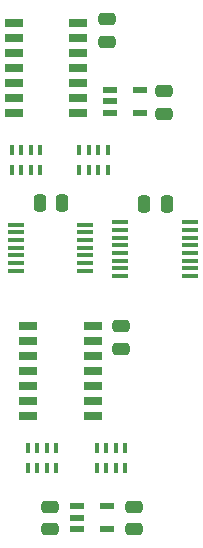
<source format=gtp>
%TF.GenerationSoftware,KiCad,Pcbnew,9.0.4*%
%TF.CreationDate,2025-09-16T11:58:38+02:00*%
%TF.ProjectId,Main Memory Full Enable,4d61696e-204d-4656-9d6f-72792046756c,V0*%
%TF.SameCoordinates,Original*%
%TF.FileFunction,Paste,Top*%
%TF.FilePolarity,Positive*%
%FSLAX46Y46*%
G04 Gerber Fmt 4.6, Leading zero omitted, Abs format (unit mm)*
G04 Created by KiCad (PCBNEW 9.0.4) date 2025-09-16 11:58:38*
%MOMM*%
%LPD*%
G01*
G04 APERTURE LIST*
G04 Aperture macros list*
%AMRoundRect*
0 Rectangle with rounded corners*
0 $1 Rounding radius*
0 $2 $3 $4 $5 $6 $7 $8 $9 X,Y pos of 4 corners*
0 Add a 4 corners polygon primitive as box body*
4,1,4,$2,$3,$4,$5,$6,$7,$8,$9,$2,$3,0*
0 Add four circle primitives for the rounded corners*
1,1,$1+$1,$2,$3*
1,1,$1+$1,$4,$5*
1,1,$1+$1,$6,$7*
1,1,$1+$1,$8,$9*
0 Add four rect primitives between the rounded corners*
20,1,$1+$1,$2,$3,$4,$5,0*
20,1,$1+$1,$4,$5,$6,$7,0*
20,1,$1+$1,$6,$7,$8,$9,0*
20,1,$1+$1,$8,$9,$2,$3,0*%
G04 Aperture macros list end*
%ADD10RoundRect,0.250000X-0.475000X0.250000X-0.475000X-0.250000X0.475000X-0.250000X0.475000X0.250000X0*%
%ADD11RoundRect,0.250000X0.250000X0.475000X-0.250000X0.475000X-0.250000X-0.475000X0.250000X-0.475000X0*%
%ADD12R,0.450000X0.900000*%
%ADD13R,1.150000X0.600000*%
%ADD14R,1.550000X0.650000*%
%ADD15R,1.475000X0.450000*%
%ADD16R,1.250000X0.600000*%
G04 APERTURE END LIST*
D10*
%TO.C,C1*%
X13922000Y-23814000D03*
X13922000Y-25714000D03*
%TD*%
D11*
%TO.C,C4*%
X17780000Y-13462000D03*
X15880000Y-13462000D03*
%TD*%
D12*
%TO.C,RN1*%
X7042000Y-8900000D03*
X6242000Y-8900000D03*
X5442000Y-8900000D03*
X4642000Y-8900000D03*
X4642000Y-10600000D03*
X5442000Y-10600000D03*
X6242000Y-10600000D03*
X7042000Y-10600000D03*
%TD*%
%TO.C,RN2*%
X12757000Y-8900000D03*
X11957000Y-8900000D03*
X11157000Y-8900000D03*
X10357000Y-8900000D03*
X10357000Y-10600000D03*
X11157000Y-10600000D03*
X11957000Y-10600000D03*
X12757000Y-10600000D03*
%TD*%
D13*
%TO.C,IC1*%
X10130000Y-39055000D03*
X10130000Y-40005000D03*
X10130000Y-40955000D03*
X12730000Y-40955000D03*
X12730000Y-39055000D03*
%TD*%
D10*
%TO.C,C10*%
X7874000Y-39071000D03*
X7874000Y-40971000D03*
%TD*%
D14*
%TO.C,IC3*%
X4837000Y1905000D03*
X4837000Y635000D03*
X4837000Y-635000D03*
X4837000Y-1905000D03*
X4837000Y-3175000D03*
X4837000Y-4445000D03*
X4837000Y-5715000D03*
X10287000Y-5715000D03*
X10287000Y-4445000D03*
X10287000Y-3175000D03*
X10287000Y-1905000D03*
X10287000Y-635000D03*
X10287000Y635000D03*
X10287000Y1905000D03*
%TD*%
D12*
%TO.C,RN3*%
X8417000Y-34097000D03*
X7617000Y-34097000D03*
X6817000Y-34097000D03*
X6017000Y-34097000D03*
X6017000Y-35797000D03*
X6817000Y-35797000D03*
X7617000Y-35797000D03*
X8417000Y-35797000D03*
%TD*%
D15*
%TO.C,IC4*%
X5013000Y-15195000D03*
X5013000Y-15845000D03*
X5013000Y-16495000D03*
X5013000Y-17145000D03*
X5013000Y-17795000D03*
X5013000Y-18445000D03*
X5013000Y-19095000D03*
X10889000Y-19095000D03*
X10889000Y-18445000D03*
X10889000Y-17795000D03*
X10889000Y-17145000D03*
X10889000Y-16495000D03*
X10889000Y-15845000D03*
X10889000Y-15195000D03*
%TD*%
D10*
%TO.C,C2*%
X17506000Y-3892000D03*
X17506000Y-5792000D03*
%TD*%
D15*
%TO.C,IC5*%
X13826000Y-14997000D03*
X13826000Y-15647000D03*
X13826000Y-16297000D03*
X13826000Y-16947000D03*
X13826000Y-17597000D03*
X13826000Y-18247000D03*
X13826000Y-18897000D03*
X13826000Y-19547000D03*
X19702000Y-19547000D03*
X19702000Y-18897000D03*
X19702000Y-18247000D03*
X19702000Y-17597000D03*
X19702000Y-16947000D03*
X19702000Y-16297000D03*
X19702000Y-15647000D03*
X19702000Y-14997000D03*
%TD*%
D11*
%TO.C,C3*%
X8935000Y-13335000D03*
X7035000Y-13335000D03*
%TD*%
D10*
%TO.C,C6*%
X12724000Y2204000D03*
X12724000Y304000D03*
%TD*%
D16*
%TO.C,IC6*%
X12974000Y-3815000D03*
X12974000Y-4765000D03*
X12974000Y-5715000D03*
X15474000Y-5715000D03*
X15474000Y-3815000D03*
%TD*%
D12*
%TO.C,RN4*%
X14259000Y-34097000D03*
X13459000Y-34097000D03*
X12659000Y-34097000D03*
X11859000Y-34097000D03*
X11859000Y-35797000D03*
X12659000Y-35797000D03*
X13459000Y-35797000D03*
X14259000Y-35797000D03*
%TD*%
D14*
%TO.C,IC7*%
X6038000Y-23749000D03*
X6038000Y-25019000D03*
X6038000Y-26289000D03*
X6038000Y-27559000D03*
X6038000Y-28829000D03*
X6038000Y-30099000D03*
X6038000Y-31369000D03*
X11488000Y-31369000D03*
X11488000Y-30099000D03*
X11488000Y-28829000D03*
X11488000Y-27559000D03*
X11488000Y-26289000D03*
X11488000Y-25019000D03*
X11488000Y-23749000D03*
%TD*%
D10*
%TO.C,C11*%
X14986000Y-39071000D03*
X14986000Y-40971000D03*
%TD*%
M02*

</source>
